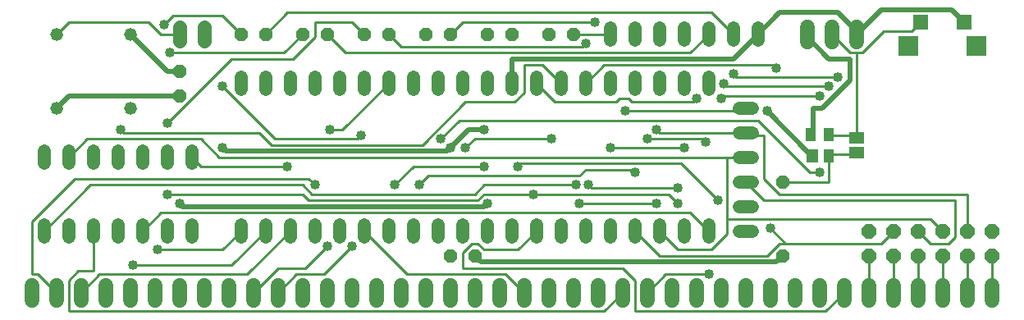
<source format=gtl>
G75*
%MOIN*%
%OFA0B0*%
%FSLAX24Y24*%
%IPPOS*%
%LPD*%
%AMOC8*
5,1,8,0,0,1.08239X$1,22.5*
%
%ADD10C,0.0520*%
%ADD11OC8,0.0600*%
%ADD12C,0.0600*%
%ADD13OC8,0.0520*%
%ADD14C,0.0520*%
%ADD15R,0.0394X0.0567*%
%ADD16R,0.0472X0.0567*%
%ADD17R,0.0630X0.0460*%
%ADD18R,0.0600X0.0600*%
%ADD19R,0.0825X0.0825*%
%ADD20C,0.0560*%
%ADD21C,0.0100*%
%ADD22C,0.0400*%
%ADD23C,0.0200*%
D10*
X001180Y003420D02*
X001180Y003940D01*
X002180Y003940D02*
X002180Y003420D01*
X003180Y003420D02*
X003180Y003940D01*
X004180Y003940D02*
X004180Y003420D01*
X005180Y003420D02*
X005180Y003940D01*
X006180Y003940D02*
X006180Y003420D01*
X007180Y003420D02*
X007180Y003940D01*
X009180Y003940D02*
X009180Y003420D01*
X010180Y003420D02*
X010180Y003940D01*
X011180Y003940D02*
X011180Y003420D01*
X012180Y003420D02*
X012180Y003940D01*
X013180Y003940D02*
X013180Y003420D01*
X014180Y003420D02*
X014180Y003940D01*
X015180Y003940D02*
X015180Y003420D01*
X016180Y003420D02*
X016180Y003940D01*
X017180Y003940D02*
X017180Y003420D01*
X018180Y003420D02*
X018180Y003940D01*
X019180Y003940D02*
X019180Y003420D01*
X020180Y003420D02*
X020180Y003940D01*
X021180Y003940D02*
X021180Y003420D01*
X022180Y003420D02*
X022180Y003940D01*
X023180Y003940D02*
X023180Y003420D01*
X024180Y003420D02*
X024180Y003940D01*
X025180Y003940D02*
X025180Y003420D01*
X026180Y003420D02*
X026180Y003940D01*
X027180Y003940D02*
X027180Y003420D01*
X028180Y003420D02*
X028180Y003940D01*
X029420Y003680D02*
X029940Y003680D01*
X029940Y004680D02*
X029420Y004680D01*
X029420Y005680D02*
X029940Y005680D01*
X029940Y006680D02*
X029420Y006680D01*
X029420Y007680D02*
X029940Y007680D01*
X029940Y008680D02*
X029420Y008680D01*
X028180Y009420D02*
X028180Y009940D01*
X027180Y009940D02*
X027180Y009420D01*
X026180Y009420D02*
X026180Y009940D01*
X025180Y009940D02*
X025180Y009420D01*
X024180Y009420D02*
X024180Y009940D01*
X023180Y009940D02*
X023180Y009420D01*
X022180Y009420D02*
X022180Y009940D01*
X021180Y009940D02*
X021180Y009420D01*
X020180Y009420D02*
X020180Y009940D01*
X019180Y009940D02*
X019180Y009420D01*
X018180Y009420D02*
X018180Y009940D01*
X017180Y009940D02*
X017180Y009420D01*
X016180Y009420D02*
X016180Y009940D01*
X015180Y009940D02*
X015180Y009420D01*
X014180Y009420D02*
X014180Y009940D01*
X013180Y009940D02*
X013180Y009420D01*
X012180Y009420D02*
X012180Y009940D01*
X011180Y009940D02*
X011180Y009420D01*
X010180Y009420D02*
X010180Y009940D01*
X009180Y009940D02*
X009180Y009420D01*
X007180Y006940D02*
X007180Y006420D01*
X006180Y006420D02*
X006180Y006940D01*
X005180Y006940D02*
X005180Y006420D01*
X004180Y006420D02*
X004180Y006940D01*
X003180Y006940D02*
X003180Y006420D01*
X002180Y006420D02*
X002180Y006940D01*
X001180Y006940D02*
X001180Y006420D01*
X024180Y011420D02*
X024180Y011940D01*
X025180Y011940D02*
X025180Y011420D01*
X026180Y011420D02*
X026180Y011940D01*
X027180Y011940D02*
X027180Y011420D01*
X028180Y011420D02*
X028180Y011940D01*
X029180Y011940D02*
X029180Y011420D01*
X030180Y011420D02*
X030180Y011940D01*
D11*
X034680Y003680D03*
X035680Y003680D03*
X036680Y003680D03*
X037680Y003680D03*
X038680Y003680D03*
X039680Y003680D03*
X039680Y002680D03*
X038680Y002680D03*
X037680Y002680D03*
X036680Y002680D03*
X035680Y002680D03*
X034680Y002680D03*
D12*
X034680Y001480D02*
X034680Y000880D01*
X033680Y000880D02*
X033680Y001480D01*
X032680Y001480D02*
X032680Y000880D01*
X031680Y000880D02*
X031680Y001480D01*
X030680Y001480D02*
X030680Y000880D01*
X029680Y000880D02*
X029680Y001480D01*
X028680Y001480D02*
X028680Y000880D01*
X027680Y000880D02*
X027680Y001480D01*
X026680Y001480D02*
X026680Y000880D01*
X025680Y000880D02*
X025680Y001480D01*
X024680Y001480D02*
X024680Y000880D01*
X023680Y000880D02*
X023680Y001480D01*
X022680Y001480D02*
X022680Y000880D01*
X021680Y000880D02*
X021680Y001480D01*
X020680Y001480D02*
X020680Y000880D01*
X019680Y000880D02*
X019680Y001480D01*
X018680Y001480D02*
X018680Y000880D01*
X017680Y000880D02*
X017680Y001480D01*
X016680Y001480D02*
X016680Y000880D01*
X015680Y000880D02*
X015680Y001480D01*
X014680Y001480D02*
X014680Y000880D01*
X013680Y000880D02*
X013680Y001480D01*
X012680Y001480D02*
X012680Y000880D01*
X011680Y000880D02*
X011680Y001480D01*
X010680Y001480D02*
X010680Y000880D01*
X009680Y000880D02*
X009680Y001480D01*
X008680Y001480D02*
X008680Y000880D01*
X007680Y000880D02*
X007680Y001480D01*
X006680Y001480D02*
X006680Y000880D01*
X005680Y000880D02*
X005680Y001480D01*
X004680Y001480D02*
X004680Y000880D01*
X003680Y000880D02*
X003680Y001480D01*
X002680Y001480D02*
X002680Y000880D01*
X001680Y000880D02*
X001680Y001480D01*
X000680Y001480D02*
X000680Y000880D01*
X032180Y011380D02*
X032180Y011980D01*
X033180Y011980D02*
X033180Y011380D01*
X034180Y011380D02*
X034180Y011980D01*
X035680Y001480D02*
X035680Y000880D01*
X036680Y000880D02*
X036680Y001480D01*
X037680Y001480D02*
X037680Y000880D01*
X038680Y000880D02*
X038680Y001480D01*
X039680Y001480D02*
X039680Y000880D01*
D13*
X031180Y002680D03*
X031180Y005680D03*
X018680Y002680D03*
X017680Y002680D03*
X006680Y009180D03*
X006680Y010180D03*
X009180Y011680D03*
X010180Y011680D03*
X011680Y011680D03*
X012680Y011680D03*
X014180Y011680D03*
X015180Y011680D03*
X016680Y011680D03*
X017680Y011680D03*
X019180Y011680D03*
X020180Y011680D03*
X021680Y011680D03*
X022680Y011680D03*
D14*
X004680Y011680D03*
X001680Y011680D03*
X001680Y008680D03*
X004680Y008680D03*
D15*
X032306Y007613D03*
X033054Y007613D03*
X033054Y006747D03*
D16*
X032385Y006747D03*
D17*
X034180Y006880D03*
X034180Y007480D03*
D18*
X036795Y012170D03*
X038565Y012170D03*
D19*
X039060Y011190D03*
X036300Y011190D03*
D20*
X007680Y011400D02*
X007680Y011960D01*
X006680Y011960D02*
X006680Y011400D01*
D21*
X002180Y000430D02*
X023930Y000430D01*
X024680Y001180D01*
X025680Y001180D02*
X026430Y001930D01*
X028180Y001930D01*
X026180Y002680D02*
X030555Y002680D01*
X031055Y003180D01*
X031305Y003180D01*
X030680Y003805D01*
X031305Y003180D02*
X035180Y003180D01*
X035680Y003680D01*
X036680Y003680D02*
X037180Y003180D01*
X037930Y003180D01*
X038180Y003430D01*
X038180Y004930D01*
X030430Y004930D01*
X029680Y005680D01*
X030430Y005805D02*
X030430Y007555D01*
X029805Y007555D01*
X029680Y007680D01*
X026180Y007680D01*
X026055Y007805D01*
X025680Y007430D02*
X027930Y007430D01*
X028055Y007305D01*
X027180Y007055D02*
X024180Y007055D01*
X025055Y006180D02*
X023180Y006180D01*
X022930Y005930D01*
X016805Y005930D01*
X016430Y005555D01*
X016180Y006305D02*
X015430Y005555D01*
X016180Y006305D02*
X019055Y006305D01*
X020430Y006305D02*
X020555Y006430D01*
X027055Y006430D01*
X028555Y004930D01*
X027430Y004430D02*
X028180Y003680D01*
X028930Y003555D02*
X028930Y004180D01*
X037180Y004180D01*
X037680Y003680D01*
X038680Y003680D02*
X038680Y005180D01*
X031055Y005180D01*
X030430Y005805D01*
X031180Y005680D02*
X033055Y005680D01*
X033055Y006680D01*
X033054Y006747D01*
X033055Y006805D01*
X034180Y006805D01*
X034180Y006880D01*
X034180Y007480D02*
X034180Y007555D01*
X034180Y010930D01*
X034430Y010930D01*
X035305Y011805D01*
X036430Y011805D01*
X036795Y012170D01*
X034180Y010930D02*
X033930Y010930D01*
X033180Y011680D01*
X030930Y010305D02*
X030805Y010430D01*
X023930Y010430D01*
X023180Y009680D01*
X022180Y009680D02*
X021430Y010430D01*
X020680Y010430D01*
X020680Y009305D01*
X020305Y008930D01*
X018305Y008930D01*
X016555Y007180D01*
X010430Y007180D01*
X009930Y007680D01*
X004430Y007680D01*
X004305Y007805D01*
X002930Y007430D02*
X007555Y007430D01*
X008305Y006680D01*
X028930Y006680D01*
X029680Y006680D01*
X028930Y006680D02*
X028930Y004180D01*
X027430Y004430D02*
X005930Y004430D01*
X005180Y003680D01*
X003180Y003680D02*
X003180Y002055D01*
X002555Y002055D01*
X002180Y001680D01*
X002180Y000430D01*
X001680Y001180D02*
X000930Y001930D01*
X000680Y001930D01*
X000680Y004055D01*
X002430Y005805D01*
X011930Y005805D01*
X012180Y005555D01*
X012055Y005180D02*
X011680Y005555D01*
X003055Y005555D01*
X001180Y003680D01*
X004805Y002305D02*
X008805Y002305D01*
X010180Y003680D01*
X009180Y003680D02*
X008430Y002930D01*
X005805Y002930D01*
X003430Y001930D02*
X002680Y001180D01*
X003430Y001930D02*
X009430Y001930D01*
X011180Y003680D01*
X011805Y002180D02*
X012680Y003055D01*
X013680Y003055D02*
X012555Y001930D01*
X011430Y001930D01*
X010680Y001180D01*
X009680Y001180D02*
X010680Y002180D01*
X011805Y002180D01*
X014180Y003680D02*
X015930Y001930D01*
X019930Y001930D01*
X020680Y001180D01*
X018180Y002180D02*
X024680Y002180D01*
X025180Y001680D01*
X025180Y000430D01*
X032930Y000430D01*
X033680Y001180D01*
X034680Y001180D02*
X034680Y002680D01*
X035680Y002680D02*
X035680Y001180D01*
X036680Y001180D02*
X036680Y002680D01*
X037680Y002680D02*
X037680Y001180D01*
X038680Y001180D02*
X038680Y002680D01*
X039680Y002680D02*
X039680Y001180D01*
X028930Y003555D02*
X028305Y002930D01*
X026930Y002930D01*
X026180Y003680D01*
X026180Y002680D02*
X025180Y003680D01*
X026055Y004805D02*
X022930Y004805D01*
X023430Y005430D02*
X026930Y005430D01*
X026555Y005180D02*
X021055Y005180D01*
X019055Y005180D01*
X018805Y004930D01*
X011930Y004930D01*
X011680Y005180D01*
X006180Y005180D01*
X007555Y006305D02*
X011055Y006305D01*
X010555Y007430D02*
X013930Y007430D01*
X014055Y007555D01*
X013305Y007805D02*
X012805Y007805D01*
X013305Y007805D02*
X015180Y009680D01*
X013430Y010930D02*
X027430Y010930D01*
X028180Y011680D01*
X028305Y012555D02*
X029180Y011680D01*
X028305Y012555D02*
X011055Y012555D01*
X010180Y011680D01*
X009180Y011680D02*
X008430Y012430D01*
X006430Y012430D01*
X006055Y012055D01*
X005930Y011680D02*
X005430Y012180D01*
X002180Y012180D01*
X001680Y011680D01*
X005930Y011680D02*
X006680Y011680D01*
X006305Y010930D02*
X010930Y010930D01*
X011680Y011680D01*
X012180Y011555D02*
X012180Y012180D01*
X013680Y012180D01*
X014180Y011680D01*
X015180Y011680D02*
X015680Y011180D01*
X023055Y011180D01*
X023180Y011305D01*
X022680Y011680D02*
X024180Y011680D01*
X023555Y012180D02*
X018180Y012180D01*
X017680Y011680D01*
X013430Y010930D02*
X012680Y011680D01*
X012180Y011555D02*
X011305Y010680D01*
X008805Y010680D01*
X006180Y008055D01*
X002930Y007430D02*
X002180Y006680D01*
X007180Y006680D02*
X007555Y006305D01*
X010555Y007430D02*
X008430Y009555D01*
X017305Y007430D02*
X018055Y008180D01*
X030180Y008180D01*
X032305Y006055D01*
X032680Y006055D01*
X033055Y007555D02*
X033054Y007613D01*
X033055Y007555D02*
X034180Y007555D01*
X029680Y008680D02*
X029555Y008555D01*
X024805Y008555D01*
X025055Y008930D02*
X027555Y008930D01*
X027680Y009055D01*
X028680Y009055D02*
X028805Y009180D01*
X032680Y009180D01*
X033055Y009555D02*
X028930Y009555D01*
X028805Y009680D01*
X029180Y010055D02*
X029305Y009930D01*
X033430Y009930D01*
X025055Y008930D02*
X024930Y009055D01*
X024555Y009055D01*
X024430Y008930D01*
X021930Y008930D01*
X021180Y009680D01*
X021805Y007430D02*
X018680Y007430D01*
X018305Y007055D01*
X019055Y005555D02*
X022805Y005555D01*
X023305Y005555D02*
X023430Y005430D01*
X025055Y006180D02*
X025180Y006055D01*
X026555Y005180D02*
X026930Y004805D01*
X021180Y003680D02*
X020430Y002930D01*
X019055Y002930D01*
X018805Y003180D01*
X018555Y003180D01*
X018180Y002805D01*
X018180Y002180D01*
X018680Y005180D02*
X012055Y005180D01*
X018680Y005180D02*
X019055Y005555D01*
D22*
X021055Y005180D03*
X022805Y005555D03*
X023305Y005555D03*
X025180Y006055D03*
X026930Y005430D03*
X028555Y004930D03*
X026930Y004805D03*
X026055Y004805D03*
X022930Y004805D03*
X019180Y004805D03*
X016430Y005555D03*
X015430Y005555D03*
X012180Y005555D03*
X011055Y006305D03*
X008430Y007055D03*
X006180Y008055D03*
X004305Y007805D03*
X008430Y009555D03*
X006305Y010930D03*
X006055Y012055D03*
X012805Y007805D03*
X014055Y007555D03*
X017305Y007430D03*
X017680Y007055D03*
X018305Y007055D03*
X019055Y006305D03*
X020430Y006305D03*
X021805Y007430D03*
X024180Y007055D03*
X025680Y007430D03*
X026055Y007805D03*
X024805Y008555D03*
X027680Y009055D03*
X028680Y009055D03*
X030555Y008555D03*
X032680Y009180D03*
X033055Y009555D03*
X033430Y009930D03*
X030930Y010305D03*
X029180Y010055D03*
X028805Y009680D03*
X023180Y011305D03*
X023555Y012180D03*
X019055Y007805D03*
X027180Y007055D03*
X028055Y007305D03*
X032680Y006055D03*
X030680Y003805D03*
X028180Y001930D03*
X013680Y003055D03*
X012680Y003055D03*
X006680Y004805D03*
X006180Y005180D03*
X005805Y002930D03*
X004805Y002305D03*
D23*
X006805Y004680D02*
X019055Y004680D01*
X019180Y004805D01*
X018680Y002680D02*
X018930Y002430D01*
X030930Y002430D01*
X031180Y002680D01*
X032385Y006747D02*
X032305Y006805D01*
X030555Y008555D01*
X032430Y008680D02*
X032805Y008680D01*
X033930Y009805D01*
X033930Y010680D01*
X033055Y010680D01*
X032180Y011555D01*
X032180Y011680D01*
X031055Y012555D02*
X030180Y011680D01*
X029180Y010680D01*
X020180Y010680D01*
X020180Y009680D01*
X019055Y007805D02*
X018430Y007805D01*
X017680Y007055D01*
X017555Y006930D01*
X008555Y006930D01*
X008430Y007055D01*
X006680Y009180D02*
X002180Y009180D01*
X001680Y008680D01*
X004680Y011680D02*
X006180Y010180D01*
X006680Y010180D01*
X006680Y004805D02*
X006805Y004680D01*
X031055Y012555D02*
X033430Y012555D01*
X034180Y011805D01*
X034180Y011680D01*
X035180Y012680D01*
X038055Y012680D01*
X038565Y012170D01*
X032430Y008680D02*
X032430Y007680D01*
X032306Y007613D01*
M02*

</source>
